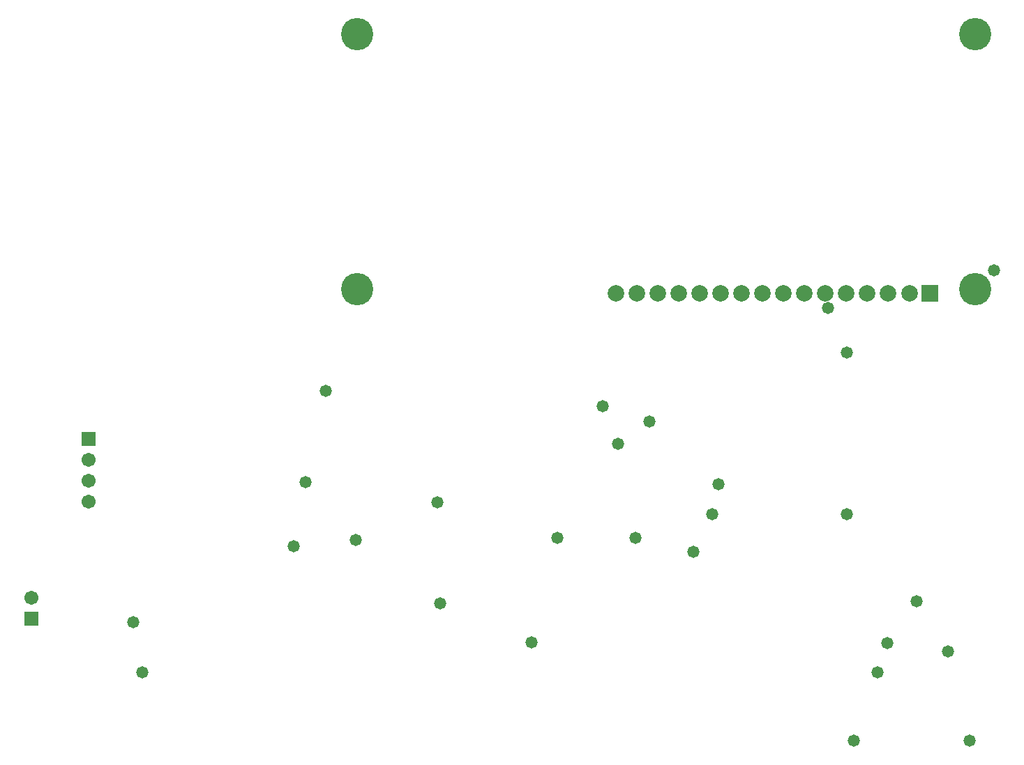
<source format=gbs>
G04 Layer_Color=16711935*
%FSLAX25Y25*%
%MOIN*%
G70*
G01*
G75*
%ADD46R,0.07887X0.07887*%
%ADD47C,0.07887*%
%ADD48C,0.15430*%
%ADD49R,0.06706X0.06706*%
%ADD50C,0.06706*%
%ADD51C,0.05800*%
D46*
X540650Y352827D02*
D03*
D47*
X531004D02*
D03*
X520650D02*
D03*
X510650D02*
D03*
X500650D02*
D03*
X490650D02*
D03*
X480650D02*
D03*
X470650D02*
D03*
X460650D02*
D03*
X450650D02*
D03*
X440650D02*
D03*
X430650D02*
D03*
X420650D02*
D03*
X410650D02*
D03*
X400650D02*
D03*
X390650D02*
D03*
D48*
X562303Y354795D02*
D03*
Y476843D02*
D03*
X267028Y354795D02*
D03*
Y476843D02*
D03*
D49*
X111260Y197000D02*
D03*
X138500Y283000D02*
D03*
D50*
X111260Y207000D02*
D03*
X138500Y253000D02*
D03*
Y263000D02*
D03*
Y273000D02*
D03*
D51*
X159900Y195500D02*
D03*
X164100Y171500D02*
D03*
X350240Y185800D02*
D03*
X549400Y181300D02*
D03*
X384100Y298900D02*
D03*
X391700Y280900D02*
D03*
X534100Y205300D02*
D03*
X571100Y363700D02*
D03*
X500900Y247000D02*
D03*
X436600D02*
D03*
X252000Y306000D02*
D03*
X400000Y235800D02*
D03*
X362500D02*
D03*
X305200Y252800D02*
D03*
X500900Y324500D02*
D03*
X236700Y231760D02*
D03*
X266400Y234800D02*
D03*
X492000Y345600D02*
D03*
X504200Y138700D02*
D03*
X559700D02*
D03*
X520200Y185300D02*
D03*
X427700Y229000D02*
D03*
X406650Y291250D02*
D03*
X515650Y171500D02*
D03*
X439736Y261559D02*
D03*
X242140Y262260D02*
D03*
X306643Y204343D02*
D03*
M02*

</source>
